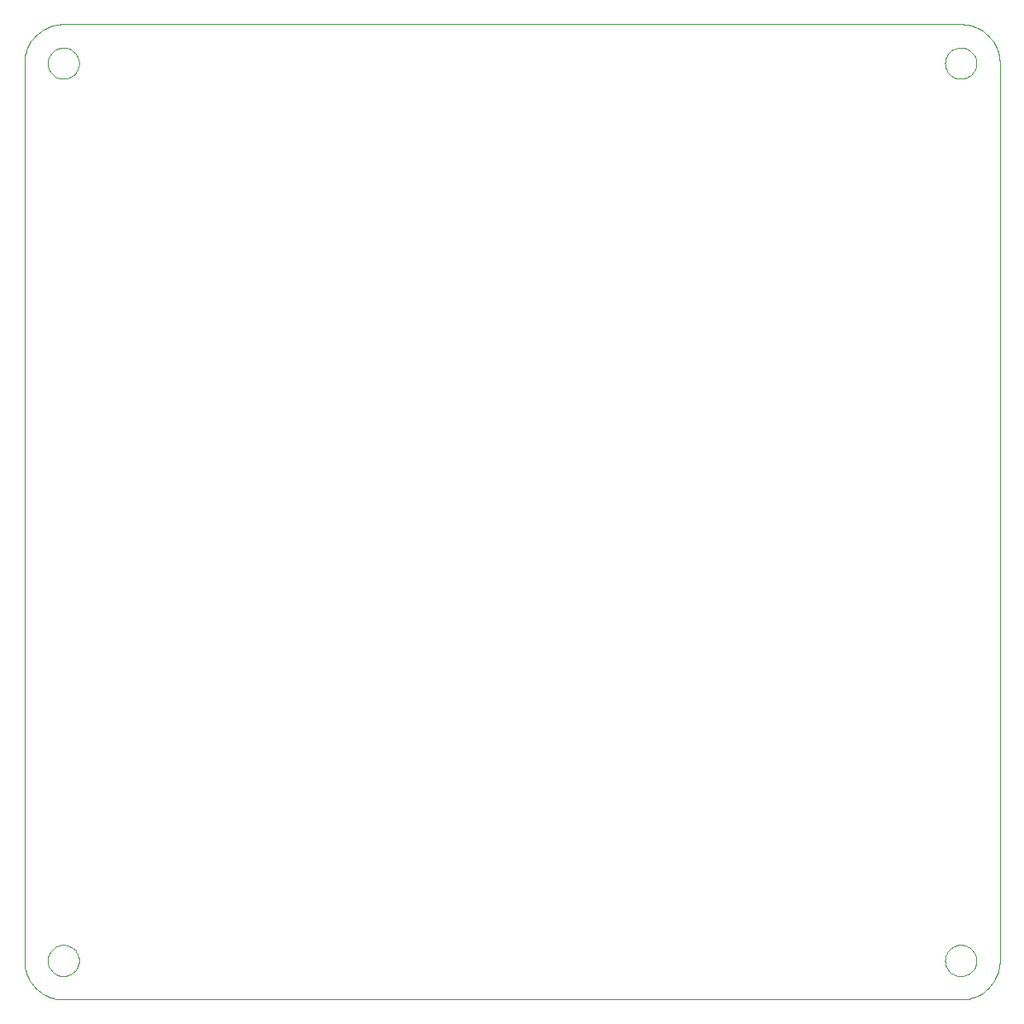
<source format=gbp>
G75*
G70*
%OFA0B0*%
%FSLAX24Y24*%
%IPPOS*%
%LPD*%
%AMOC8*
5,1,8,0,0,1.08239X$1,22.5*
%
%ADD10C,0.0000*%
D10*
X004631Y004990D02*
X004631Y041211D01*
X005576Y041211D02*
X005578Y041261D01*
X005584Y041311D01*
X005594Y041360D01*
X005608Y041408D01*
X005625Y041455D01*
X005646Y041500D01*
X005671Y041544D01*
X005699Y041585D01*
X005731Y041624D01*
X005765Y041661D01*
X005802Y041695D01*
X005842Y041725D01*
X005884Y041752D01*
X005928Y041776D01*
X005974Y041797D01*
X006021Y041813D01*
X006069Y041826D01*
X006119Y041835D01*
X006168Y041840D01*
X006219Y041841D01*
X006269Y041838D01*
X006318Y041831D01*
X006367Y041820D01*
X006415Y041805D01*
X006461Y041787D01*
X006506Y041765D01*
X006549Y041739D01*
X006590Y041710D01*
X006629Y041678D01*
X006665Y041643D01*
X006697Y041605D01*
X006727Y041565D01*
X006754Y041522D01*
X006777Y041478D01*
X006796Y041432D01*
X006812Y041384D01*
X006824Y041335D01*
X006832Y041286D01*
X006836Y041236D01*
X006836Y041186D01*
X006832Y041136D01*
X006824Y041087D01*
X006812Y041038D01*
X006796Y040990D01*
X006777Y040944D01*
X006754Y040900D01*
X006727Y040857D01*
X006697Y040817D01*
X006665Y040779D01*
X006629Y040744D01*
X006590Y040712D01*
X006549Y040683D01*
X006506Y040657D01*
X006461Y040635D01*
X006415Y040617D01*
X006367Y040602D01*
X006318Y040591D01*
X006269Y040584D01*
X006219Y040581D01*
X006168Y040582D01*
X006119Y040587D01*
X006069Y040596D01*
X006021Y040609D01*
X005974Y040625D01*
X005928Y040646D01*
X005884Y040670D01*
X005842Y040697D01*
X005802Y040727D01*
X005765Y040761D01*
X005731Y040798D01*
X005699Y040837D01*
X005671Y040878D01*
X005646Y040922D01*
X005625Y040967D01*
X005608Y041014D01*
X005594Y041062D01*
X005584Y041111D01*
X005578Y041161D01*
X005576Y041211D01*
X004631Y041211D02*
X004633Y041288D01*
X004639Y041365D01*
X004648Y041442D01*
X004661Y041518D01*
X004678Y041594D01*
X004699Y041668D01*
X004723Y041742D01*
X004751Y041814D01*
X004782Y041884D01*
X004817Y041953D01*
X004855Y042021D01*
X004896Y042086D01*
X004941Y042149D01*
X004989Y042210D01*
X005039Y042269D01*
X005092Y042325D01*
X005148Y042378D01*
X005207Y042428D01*
X005268Y042476D01*
X005331Y042521D01*
X005396Y042562D01*
X005464Y042600D01*
X005533Y042635D01*
X005603Y042666D01*
X005675Y042694D01*
X005749Y042718D01*
X005823Y042739D01*
X005899Y042756D01*
X005975Y042769D01*
X006052Y042778D01*
X006129Y042784D01*
X006206Y042786D01*
X042426Y042786D01*
X041796Y041211D02*
X041798Y041261D01*
X041804Y041311D01*
X041814Y041360D01*
X041828Y041408D01*
X041845Y041455D01*
X041866Y041500D01*
X041891Y041544D01*
X041919Y041585D01*
X041951Y041624D01*
X041985Y041661D01*
X042022Y041695D01*
X042062Y041725D01*
X042104Y041752D01*
X042148Y041776D01*
X042194Y041797D01*
X042241Y041813D01*
X042289Y041826D01*
X042339Y041835D01*
X042388Y041840D01*
X042439Y041841D01*
X042489Y041838D01*
X042538Y041831D01*
X042587Y041820D01*
X042635Y041805D01*
X042681Y041787D01*
X042726Y041765D01*
X042769Y041739D01*
X042810Y041710D01*
X042849Y041678D01*
X042885Y041643D01*
X042917Y041605D01*
X042947Y041565D01*
X042974Y041522D01*
X042997Y041478D01*
X043016Y041432D01*
X043032Y041384D01*
X043044Y041335D01*
X043052Y041286D01*
X043056Y041236D01*
X043056Y041186D01*
X043052Y041136D01*
X043044Y041087D01*
X043032Y041038D01*
X043016Y040990D01*
X042997Y040944D01*
X042974Y040900D01*
X042947Y040857D01*
X042917Y040817D01*
X042885Y040779D01*
X042849Y040744D01*
X042810Y040712D01*
X042769Y040683D01*
X042726Y040657D01*
X042681Y040635D01*
X042635Y040617D01*
X042587Y040602D01*
X042538Y040591D01*
X042489Y040584D01*
X042439Y040581D01*
X042388Y040582D01*
X042339Y040587D01*
X042289Y040596D01*
X042241Y040609D01*
X042194Y040625D01*
X042148Y040646D01*
X042104Y040670D01*
X042062Y040697D01*
X042022Y040727D01*
X041985Y040761D01*
X041951Y040798D01*
X041919Y040837D01*
X041891Y040878D01*
X041866Y040922D01*
X041845Y040967D01*
X041828Y041014D01*
X041814Y041062D01*
X041804Y041111D01*
X041798Y041161D01*
X041796Y041211D01*
X042426Y042786D02*
X042503Y042784D01*
X042580Y042778D01*
X042657Y042769D01*
X042733Y042756D01*
X042809Y042739D01*
X042883Y042718D01*
X042957Y042694D01*
X043029Y042666D01*
X043099Y042635D01*
X043168Y042600D01*
X043236Y042562D01*
X043301Y042521D01*
X043364Y042476D01*
X043425Y042428D01*
X043484Y042378D01*
X043540Y042325D01*
X043593Y042269D01*
X043643Y042210D01*
X043691Y042149D01*
X043736Y042086D01*
X043777Y042021D01*
X043815Y041953D01*
X043850Y041884D01*
X043881Y041814D01*
X043909Y041742D01*
X043933Y041668D01*
X043954Y041594D01*
X043971Y041518D01*
X043984Y041442D01*
X043993Y041365D01*
X043999Y041288D01*
X044001Y041211D01*
X044001Y004990D01*
X041796Y004990D02*
X041798Y005040D01*
X041804Y005090D01*
X041814Y005139D01*
X041828Y005187D01*
X041845Y005234D01*
X041866Y005279D01*
X041891Y005323D01*
X041919Y005364D01*
X041951Y005403D01*
X041985Y005440D01*
X042022Y005474D01*
X042062Y005504D01*
X042104Y005531D01*
X042148Y005555D01*
X042194Y005576D01*
X042241Y005592D01*
X042289Y005605D01*
X042339Y005614D01*
X042388Y005619D01*
X042439Y005620D01*
X042489Y005617D01*
X042538Y005610D01*
X042587Y005599D01*
X042635Y005584D01*
X042681Y005566D01*
X042726Y005544D01*
X042769Y005518D01*
X042810Y005489D01*
X042849Y005457D01*
X042885Y005422D01*
X042917Y005384D01*
X042947Y005344D01*
X042974Y005301D01*
X042997Y005257D01*
X043016Y005211D01*
X043032Y005163D01*
X043044Y005114D01*
X043052Y005065D01*
X043056Y005015D01*
X043056Y004965D01*
X043052Y004915D01*
X043044Y004866D01*
X043032Y004817D01*
X043016Y004769D01*
X042997Y004723D01*
X042974Y004679D01*
X042947Y004636D01*
X042917Y004596D01*
X042885Y004558D01*
X042849Y004523D01*
X042810Y004491D01*
X042769Y004462D01*
X042726Y004436D01*
X042681Y004414D01*
X042635Y004396D01*
X042587Y004381D01*
X042538Y004370D01*
X042489Y004363D01*
X042439Y004360D01*
X042388Y004361D01*
X042339Y004366D01*
X042289Y004375D01*
X042241Y004388D01*
X042194Y004404D01*
X042148Y004425D01*
X042104Y004449D01*
X042062Y004476D01*
X042022Y004506D01*
X041985Y004540D01*
X041951Y004577D01*
X041919Y004616D01*
X041891Y004657D01*
X041866Y004701D01*
X041845Y004746D01*
X041828Y004793D01*
X041814Y004841D01*
X041804Y004890D01*
X041798Y004940D01*
X041796Y004990D01*
X042426Y003415D02*
X042503Y003417D01*
X042580Y003423D01*
X042657Y003432D01*
X042733Y003445D01*
X042809Y003462D01*
X042883Y003483D01*
X042957Y003507D01*
X043029Y003535D01*
X043099Y003566D01*
X043168Y003601D01*
X043236Y003639D01*
X043301Y003680D01*
X043364Y003725D01*
X043425Y003773D01*
X043484Y003823D01*
X043540Y003876D01*
X043593Y003932D01*
X043643Y003991D01*
X043691Y004052D01*
X043736Y004115D01*
X043777Y004180D01*
X043815Y004248D01*
X043850Y004317D01*
X043881Y004387D01*
X043909Y004459D01*
X043933Y004533D01*
X043954Y004607D01*
X043971Y004683D01*
X043984Y004759D01*
X043993Y004836D01*
X043999Y004913D01*
X044001Y004990D01*
X042426Y003416D02*
X006206Y003416D01*
X005576Y004990D02*
X005578Y005040D01*
X005584Y005090D01*
X005594Y005139D01*
X005608Y005187D01*
X005625Y005234D01*
X005646Y005279D01*
X005671Y005323D01*
X005699Y005364D01*
X005731Y005403D01*
X005765Y005440D01*
X005802Y005474D01*
X005842Y005504D01*
X005884Y005531D01*
X005928Y005555D01*
X005974Y005576D01*
X006021Y005592D01*
X006069Y005605D01*
X006119Y005614D01*
X006168Y005619D01*
X006219Y005620D01*
X006269Y005617D01*
X006318Y005610D01*
X006367Y005599D01*
X006415Y005584D01*
X006461Y005566D01*
X006506Y005544D01*
X006549Y005518D01*
X006590Y005489D01*
X006629Y005457D01*
X006665Y005422D01*
X006697Y005384D01*
X006727Y005344D01*
X006754Y005301D01*
X006777Y005257D01*
X006796Y005211D01*
X006812Y005163D01*
X006824Y005114D01*
X006832Y005065D01*
X006836Y005015D01*
X006836Y004965D01*
X006832Y004915D01*
X006824Y004866D01*
X006812Y004817D01*
X006796Y004769D01*
X006777Y004723D01*
X006754Y004679D01*
X006727Y004636D01*
X006697Y004596D01*
X006665Y004558D01*
X006629Y004523D01*
X006590Y004491D01*
X006549Y004462D01*
X006506Y004436D01*
X006461Y004414D01*
X006415Y004396D01*
X006367Y004381D01*
X006318Y004370D01*
X006269Y004363D01*
X006219Y004360D01*
X006168Y004361D01*
X006119Y004366D01*
X006069Y004375D01*
X006021Y004388D01*
X005974Y004404D01*
X005928Y004425D01*
X005884Y004449D01*
X005842Y004476D01*
X005802Y004506D01*
X005765Y004540D01*
X005731Y004577D01*
X005699Y004616D01*
X005671Y004657D01*
X005646Y004701D01*
X005625Y004746D01*
X005608Y004793D01*
X005594Y004841D01*
X005584Y004890D01*
X005578Y004940D01*
X005576Y004990D01*
X004631Y004990D02*
X004633Y004913D01*
X004639Y004836D01*
X004648Y004759D01*
X004661Y004683D01*
X004678Y004607D01*
X004699Y004533D01*
X004723Y004459D01*
X004751Y004387D01*
X004782Y004317D01*
X004817Y004248D01*
X004855Y004180D01*
X004896Y004115D01*
X004941Y004052D01*
X004989Y003991D01*
X005039Y003932D01*
X005092Y003876D01*
X005148Y003823D01*
X005207Y003773D01*
X005268Y003725D01*
X005331Y003680D01*
X005396Y003639D01*
X005464Y003601D01*
X005533Y003566D01*
X005603Y003535D01*
X005675Y003507D01*
X005749Y003483D01*
X005823Y003462D01*
X005899Y003445D01*
X005975Y003432D01*
X006052Y003423D01*
X006129Y003417D01*
X006206Y003415D01*
M02*

</source>
